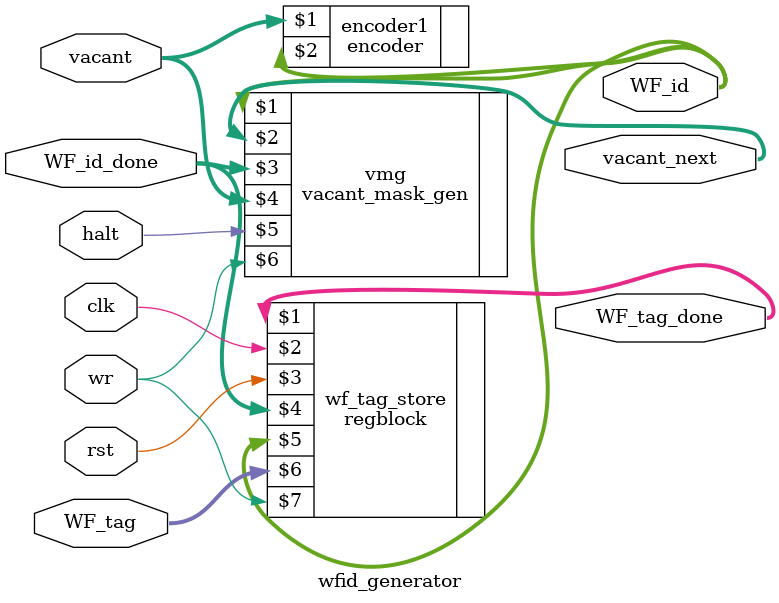
<source format=v>

module wfid_generator(
	halt, 
	WF_tag, 
	WF_id_done, 
	vacant, 
	vacant_next, 
	WF_id, 
	WF_tag_done, 
	clk, 
	wr, 
	rst
);

input clk;
input rst;
input halt;
input wr;
input [14:0] WF_tag;
input [5:0] WF_id_done; //rename
input [39:0] vacant;

output [39:0] vacant_next;
output [5:0] WF_id; //new id generated
output [14:0] WF_tag_done; //rename

encoder encoder1(vacant, WF_id);
vacant_mask_gen vmg(WF_id, vacant_next, WF_id_done, vacant, halt, wr);

regblock #(15) wf_tag_store (
	WF_tag_done, clk, rst, 
	WF_id_done, WF_id, WF_tag, wr
);

endmodule

</source>
